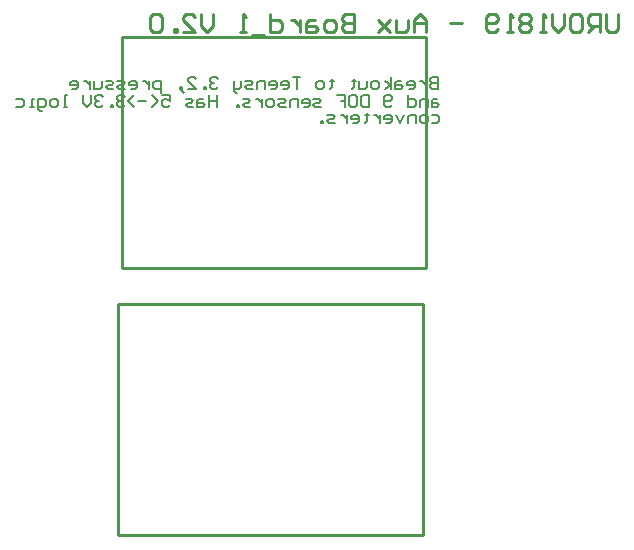
<source format=gbo>
G04 Layer_Color=13813960*
%FSLAX24Y24*%
%MOIN*%
G70*
G01*
G75*
%ADD14C,0.0100*%
%ADD32C,0.0079*%
D14*
X26142Y39449D02*
X26260D01*
Y47165D01*
X16102D02*
X26260D01*
X16102Y39449D02*
Y47165D01*
Y39449D02*
X16339D01*
X16260D02*
X26142D01*
X26260Y48346D02*
X26378D01*
Y56063D01*
X16220D02*
X26378D01*
X16220Y48346D02*
Y56063D01*
Y48346D02*
X16457D01*
X16378D02*
X26260D01*
X32756Y56820D02*
Y56320D01*
X32656Y56220D01*
X32456D01*
X32356Y56320D01*
Y56820D01*
X32156Y56220D02*
Y56820D01*
X31856D01*
X31756Y56720D01*
Y56520D01*
X31856Y56420D01*
X32156D01*
X31956D02*
X31756Y56220D01*
X31256Y56820D02*
X31456D01*
X31556Y56720D01*
Y56320D01*
X31456Y56220D01*
X31256D01*
X31156Y56320D01*
Y56720D01*
X31256Y56820D01*
X30956D02*
Y56420D01*
X30757Y56220D01*
X30557Y56420D01*
Y56820D01*
X30357Y56220D02*
X30157D01*
X30257D01*
Y56820D01*
X30357Y56720D01*
X29857D02*
X29757Y56820D01*
X29557D01*
X29457Y56720D01*
Y56620D01*
X29557Y56520D01*
X29457Y56420D01*
Y56320D01*
X29557Y56220D01*
X29757D01*
X29857Y56320D01*
Y56420D01*
X29757Y56520D01*
X29857Y56620D01*
Y56720D01*
X29757Y56520D02*
X29557D01*
X29257Y56220D02*
X29057D01*
X29157D01*
Y56820D01*
X29257Y56720D01*
X28757Y56320D02*
X28657Y56220D01*
X28457D01*
X28357Y56320D01*
Y56720D01*
X28457Y56820D01*
X28657D01*
X28757Y56720D01*
Y56620D01*
X28657Y56520D01*
X28357D01*
X27558D02*
X27158D01*
X26358Y56220D02*
Y56620D01*
X26158Y56820D01*
X25958Y56620D01*
Y56220D01*
Y56520D01*
X26358D01*
X25758Y56620D02*
Y56320D01*
X25658Y56220D01*
X25358D01*
Y56620D01*
X25158D02*
X24758Y56220D01*
X24958Y56420D01*
X24758Y56620D01*
X25158Y56220D01*
X23959Y56820D02*
Y56220D01*
X23659D01*
X23559Y56320D01*
Y56420D01*
X23659Y56520D01*
X23959D01*
X23659D01*
X23559Y56620D01*
Y56720D01*
X23659Y56820D01*
X23959D01*
X23259Y56220D02*
X23059D01*
X22959Y56320D01*
Y56520D01*
X23059Y56620D01*
X23259D01*
X23359Y56520D01*
Y56320D01*
X23259Y56220D01*
X22659Y56620D02*
X22459D01*
X22359Y56520D01*
Y56220D01*
X22659D01*
X22759Y56320D01*
X22659Y56420D01*
X22359D01*
X22159Y56620D02*
Y56220D01*
Y56420D01*
X22059Y56520D01*
X21959Y56620D01*
X21859D01*
X21160Y56820D02*
Y56220D01*
X21460D01*
X21560Y56320D01*
Y56520D01*
X21460Y56620D01*
X21160D01*
X20960Y56121D02*
X20560D01*
X20360Y56220D02*
X20160D01*
X20260D01*
Y56820D01*
X20360Y56720D01*
X19260Y56820D02*
Y56420D01*
X19060Y56220D01*
X18860Y56420D01*
Y56820D01*
X18261Y56220D02*
X18660D01*
X18261Y56620D01*
Y56720D01*
X18361Y56820D01*
X18561D01*
X18660Y56720D01*
X18061Y56220D02*
Y56320D01*
X17961D01*
Y56220D01*
X18061D01*
X17561Y56720D02*
X17461Y56820D01*
X17261D01*
X17161Y56720D01*
Y56320D01*
X17261Y56220D01*
X17461D01*
X17561Y56320D01*
Y56720D01*
D32*
X26549Y53451D02*
X26745D01*
X26811Y53386D01*
Y53255D01*
X26745Y53189D01*
X26549D01*
X26352D02*
X26221D01*
X26155Y53255D01*
Y53386D01*
X26221Y53451D01*
X26352D01*
X26417Y53386D01*
Y53255D01*
X26352Y53189D01*
X26024D02*
Y53451D01*
X25827D01*
X25761Y53386D01*
Y53189D01*
X25630Y53451D02*
X25499Y53189D01*
X25368Y53451D01*
X25040Y53189D02*
X25171D01*
X25237Y53255D01*
Y53386D01*
X25171Y53451D01*
X25040D01*
X24974Y53386D01*
Y53320D01*
X25237D01*
X24843Y53451D02*
Y53189D01*
Y53320D01*
X24778Y53386D01*
X24712Y53451D01*
X24646D01*
X24384Y53517D02*
Y53451D01*
X24450D01*
X24318D01*
X24384D01*
Y53255D01*
X24318Y53189D01*
X23925D02*
X24056D01*
X24122Y53255D01*
Y53386D01*
X24056Y53451D01*
X23925D01*
X23859Y53386D01*
Y53320D01*
X24122D01*
X23728Y53451D02*
Y53189D01*
Y53320D01*
X23662Y53386D01*
X23597Y53451D01*
X23531D01*
X23334Y53189D02*
X23138D01*
X23072Y53255D01*
X23138Y53320D01*
X23269D01*
X23334Y53386D01*
X23269Y53451D01*
X23072D01*
X22941Y53189D02*
Y53255D01*
X22875D01*
Y53189D01*
X22941D01*
X26745Y54003D02*
X26614D01*
X26549Y53937D01*
Y53740D01*
X26745D01*
X26811Y53806D01*
X26745Y53871D01*
X26549D01*
X26417Y53740D02*
Y54003D01*
X26221D01*
X26155Y53937D01*
Y53740D01*
X25761Y54134D02*
Y53740D01*
X25958D01*
X26024Y53806D01*
Y53937D01*
X25958Y54003D01*
X25761D01*
X25237Y53806D02*
X25171Y53740D01*
X25040D01*
X24974Y53806D01*
Y54068D01*
X25040Y54134D01*
X25171D01*
X25237Y54068D01*
Y54003D01*
X25171Y53937D01*
X24974D01*
X24450Y54134D02*
Y53740D01*
X24253D01*
X24187Y53806D01*
Y54068D01*
X24253Y54134D01*
X24450D01*
X23859D02*
X23990D01*
X24056Y54068D01*
Y53806D01*
X23990Y53740D01*
X23859D01*
X23794Y53806D01*
Y54068D01*
X23859Y54134D01*
X23400D02*
X23662D01*
Y53937D01*
X23531D01*
X23662D01*
Y53740D01*
X22875D02*
X22678D01*
X22613Y53806D01*
X22678Y53871D01*
X22810D01*
X22875Y53937D01*
X22810Y54003D01*
X22613D01*
X22285Y53740D02*
X22416D01*
X22482Y53806D01*
Y53937D01*
X22416Y54003D01*
X22285D01*
X22219Y53937D01*
Y53871D01*
X22482D01*
X22088Y53740D02*
Y54003D01*
X21891D01*
X21826Y53937D01*
Y53740D01*
X21695D02*
X21498D01*
X21432Y53806D01*
X21498Y53871D01*
X21629D01*
X21695Y53937D01*
X21629Y54003D01*
X21432D01*
X21235Y53740D02*
X21104D01*
X21039Y53806D01*
Y53937D01*
X21104Y54003D01*
X21235D01*
X21301Y53937D01*
Y53806D01*
X21235Y53740D01*
X20907Y54003D02*
Y53740D01*
Y53871D01*
X20842Y53937D01*
X20776Y54003D01*
X20711D01*
X20514Y53740D02*
X20317D01*
X20251Y53806D01*
X20317Y53871D01*
X20448D01*
X20514Y53937D01*
X20448Y54003D01*
X20251D01*
X20120Y53740D02*
Y53806D01*
X20055D01*
Y53740D01*
X20120D01*
X19399Y54134D02*
Y53740D01*
Y53937D01*
X19136D01*
Y54134D01*
Y53740D01*
X18940Y54003D02*
X18808D01*
X18743Y53937D01*
Y53740D01*
X18940D01*
X19005Y53806D01*
X18940Y53871D01*
X18743D01*
X18612Y53740D02*
X18415D01*
X18349Y53806D01*
X18415Y53871D01*
X18546D01*
X18612Y53937D01*
X18546Y54003D01*
X18349D01*
X17562Y54134D02*
X17824D01*
Y53937D01*
X17693Y54003D01*
X17628D01*
X17562Y53937D01*
Y53806D01*
X17628Y53740D01*
X17759D01*
X17824Y53806D01*
X17234Y53740D02*
X17431Y53937D01*
X17234Y54134D01*
X17037Y53937D02*
X16775D01*
X16644Y53740D02*
X16447Y53937D01*
X16644Y54134D01*
X16316Y54068D02*
X16250Y54134D01*
X16119D01*
X16053Y54068D01*
Y54003D01*
X16119Y53937D01*
X16185D01*
X16119D01*
X16053Y53871D01*
Y53806D01*
X16119Y53740D01*
X16250D01*
X16316Y53806D01*
X15922Y53740D02*
Y53806D01*
X15857D01*
Y53740D01*
X15922D01*
X15594Y54068D02*
X15529Y54134D01*
X15397D01*
X15332Y54068D01*
Y54003D01*
X15397Y53937D01*
X15463D01*
X15397D01*
X15332Y53871D01*
Y53806D01*
X15397Y53740D01*
X15529D01*
X15594Y53806D01*
X15201Y54134D02*
Y53871D01*
X15069Y53740D01*
X14938Y53871D01*
Y54134D01*
X14413Y53740D02*
X14282D01*
X14348D01*
Y54134D01*
X14413D01*
X14020Y53740D02*
X13889D01*
X13823Y53806D01*
Y53937D01*
X13889Y54003D01*
X14020D01*
X14085Y53937D01*
Y53806D01*
X14020Y53740D01*
X13561Y53609D02*
X13495D01*
X13430Y53675D01*
Y54003D01*
X13626D01*
X13692Y53937D01*
Y53806D01*
X13626Y53740D01*
X13430D01*
X13298D02*
X13167D01*
X13233D01*
Y54003D01*
X13298D01*
X12708D02*
X12905D01*
X12970Y53937D01*
Y53806D01*
X12905Y53740D01*
X12708D01*
X26772Y54724D02*
Y54331D01*
X26575D01*
X26509Y54396D01*
Y54462D01*
X26575Y54528D01*
X26772D01*
X26575D01*
X26509Y54593D01*
Y54659D01*
X26575Y54724D01*
X26772D01*
X26378Y54593D02*
Y54331D01*
Y54462D01*
X26312Y54528D01*
X26247Y54593D01*
X26181D01*
X25788Y54331D02*
X25919D01*
X25985Y54396D01*
Y54528D01*
X25919Y54593D01*
X25788D01*
X25722Y54528D01*
Y54462D01*
X25985D01*
X25525Y54593D02*
X25394D01*
X25329Y54528D01*
Y54331D01*
X25525D01*
X25591Y54396D01*
X25525Y54462D01*
X25329D01*
X25197Y54331D02*
Y54724D01*
Y54462D02*
X25001Y54593D01*
X25197Y54462D02*
X25001Y54331D01*
X24738D02*
X24607D01*
X24541Y54396D01*
Y54528D01*
X24607Y54593D01*
X24738D01*
X24804Y54528D01*
Y54396D01*
X24738Y54331D01*
X24410Y54593D02*
Y54396D01*
X24345Y54331D01*
X24148D01*
Y54593D01*
X23951Y54659D02*
Y54593D01*
X24017D01*
X23885D01*
X23951D01*
Y54396D01*
X23885Y54331D01*
X23229Y54659D02*
Y54593D01*
X23295D01*
X23164D01*
X23229D01*
Y54396D01*
X23164Y54331D01*
X22902D02*
X22770D01*
X22705Y54396D01*
Y54528D01*
X22770Y54593D01*
X22902D01*
X22967Y54528D01*
Y54396D01*
X22902Y54331D01*
X22180Y54724D02*
X21918D01*
X22049D01*
Y54331D01*
X21590D02*
X21721D01*
X21786Y54396D01*
Y54528D01*
X21721Y54593D01*
X21590D01*
X21524Y54528D01*
Y54462D01*
X21786D01*
X21196Y54331D02*
X21327D01*
X21393Y54396D01*
Y54528D01*
X21327Y54593D01*
X21196D01*
X21130Y54528D01*
Y54462D01*
X21393D01*
X20999Y54331D02*
Y54593D01*
X20802D01*
X20737Y54528D01*
Y54331D01*
X20606D02*
X20409D01*
X20343Y54396D01*
X20409Y54462D01*
X20540D01*
X20606Y54528D01*
X20540Y54593D01*
X20343D01*
X20212D02*
Y54396D01*
X20146Y54331D01*
X19950D01*
Y54265D01*
X20015Y54200D01*
X20081D01*
X19950Y54331D02*
Y54593D01*
X19425Y54659D02*
X19359Y54724D01*
X19228D01*
X19163Y54659D01*
Y54593D01*
X19228Y54528D01*
X19294D01*
X19228D01*
X19163Y54462D01*
Y54396D01*
X19228Y54331D01*
X19359D01*
X19425Y54396D01*
X19031Y54331D02*
Y54396D01*
X18966D01*
Y54331D01*
X19031D01*
X18441D02*
X18703D01*
X18441Y54593D01*
Y54659D01*
X18507Y54724D01*
X18638D01*
X18703Y54659D01*
X18244Y54265D02*
X18179Y54331D01*
Y54396D01*
X18244D01*
Y54331D01*
X18179D01*
X18244Y54265D01*
X18310Y54200D01*
X17523D02*
Y54593D01*
X17326D01*
X17260Y54528D01*
Y54396D01*
X17326Y54331D01*
X17523D01*
X17129Y54593D02*
Y54331D01*
Y54462D01*
X17063Y54528D01*
X16998Y54593D01*
X16932D01*
X16539Y54331D02*
X16670D01*
X16736Y54396D01*
Y54528D01*
X16670Y54593D01*
X16539D01*
X16473Y54528D01*
Y54462D01*
X16736D01*
X16342Y54331D02*
X16145D01*
X16080Y54396D01*
X16145Y54462D01*
X16276D01*
X16342Y54528D01*
X16276Y54593D01*
X16080D01*
X15948Y54331D02*
X15752D01*
X15686Y54396D01*
X15752Y54462D01*
X15883D01*
X15948Y54528D01*
X15883Y54593D01*
X15686D01*
X15555D02*
Y54396D01*
X15489Y54331D01*
X15292D01*
Y54593D01*
X15161D02*
Y54331D01*
Y54462D01*
X15096Y54528D01*
X15030Y54593D01*
X14964D01*
X14571Y54331D02*
X14702D01*
X14768Y54396D01*
Y54528D01*
X14702Y54593D01*
X14571D01*
X14505Y54528D01*
Y54462D01*
X14768D01*
M02*

</source>
